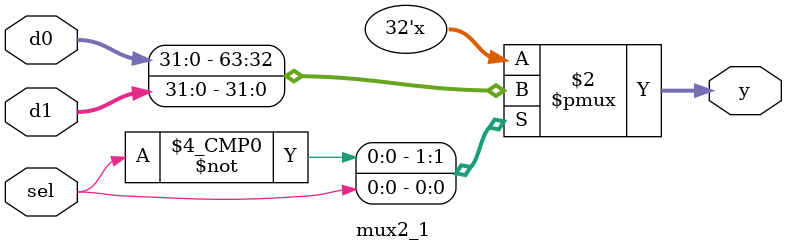
<source format=sv>
`timescale 1ns / 1ps

module mux2_1 #(parameter N = 32)(     // N = bits de ancho
	input  logic [N-1:0] d0, d1,     // entradas
	input  logic         sel,          // seleccionador 
	output logic [N-1:0] y           // salida
);
	always_comb begin
    	case (sel)
            1'b0 : y = d0;
            1'b1 : y = d1;
            default: y = '0;
    	endcase
	end
endmodule

</source>
